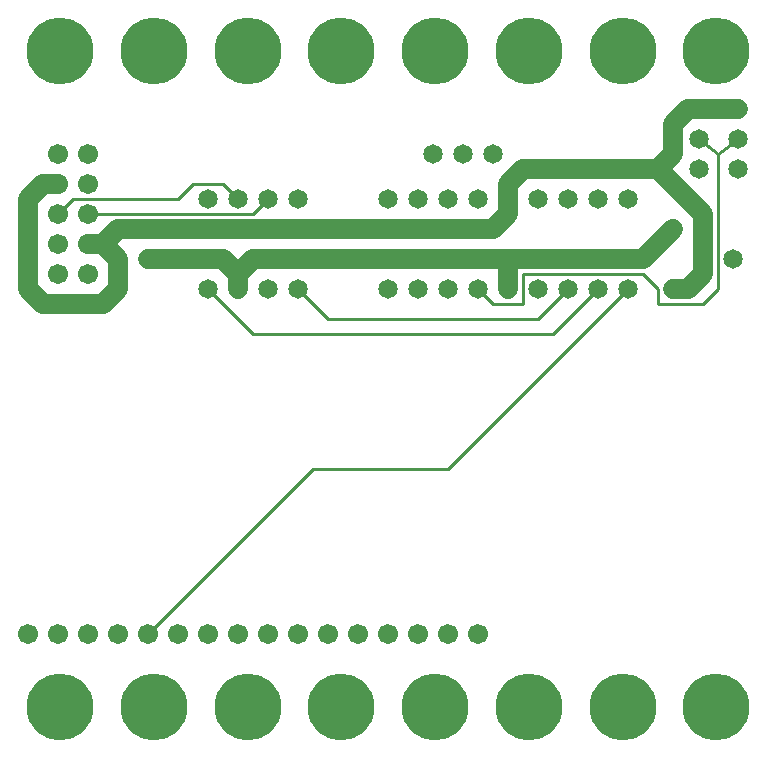
<source format=gbl>
%MOIN*%
%FSLAX25Y25*%
G04 D10 used for Character Trace; *
G04     Circle (OD=.01000) (No hole)*
G04 D11 used for Power Trace; *
G04     Circle (OD=.06500) (No hole)*
G04 D12 used for Signal Trace; *
G04     Circle (OD=.01100) (No hole)*
G04 D13 used for Via; *
G04     Circle (OD=.05800) (Round. Hole ID=.02800)*
G04 D14 used for Component hole; *
G04     Circle (OD=.06500) (Round. Hole ID=.03500)*
G04 D15 used for Component hole; *
G04     Circle (OD=.06700) (Round. Hole ID=.04300)*
G04 D16 used for Component hole; *
G04     Circle (OD=.08100) (Round. Hole ID=.05100)*
G04 D17 used for Component hole; *
G04     Circle (OD=.08900) (Round. Hole ID=.05900)*
G04 D18 used for Component hole; *
G04     Circle (OD=.11300) (Round. Hole ID=.08300)*
G04 D19 used for Component hole; *
G04     Circle (OD=.16000) (Round. Hole ID=.13000)*
G04 D20 used for Component hole; *
G04     Circle (OD=.18300) (Round. Hole ID=.15300)*
G04 D21 used for Component hole; *
G04     Circle (OD=.22291) (Round. Hole ID=.19291)*
%ADD10C,.01000*%
%ADD11C,.06500*%
%ADD12C,.01100*%
%ADD13C,.05800*%
%ADD14C,.06500*%
%ADD15C,.06700*%
%ADD16C,.08100*%
%ADD17C,.08900*%
%ADD18C,.11300*%
%ADD19C,.16000*%
%ADD20C,.18300*%
%ADD21C,.22291*%
%IPPOS*%
%LPD*%
G90*X0Y0D02*D21*X15625Y15625D03*D15*              
X35000Y40000D03*X25000D03*X15000D03*X5000D03*D21* 
X46875Y15625D03*D15*X45000Y40000D03*D12*          
X100000Y95000D01*X145000D01*X205000Y155000D01*D14*
D03*D12*X215000D02*X210000Y160000D01*             
X215000Y150000D02*Y155000D01*Y150000D02*          
X230000D01*X235000Y155000D01*Y200000D01*          
X241500Y205000D01*D14*D03*D12*X235000Y200000D02*  
X228500Y205000D01*D14*D03*X241500Y195000D03*      
Y215000D03*D11*X228500D01*D14*D03*D11*X225000D01* 
X220000Y210000D01*Y200000D01*X215000Y195000D01*   
X230000Y180000D01*Y160000D01*X225000Y155000D01*   
X220000D01*D14*D03*D11*X165000Y165000D02*         
X210000D01*X165000Y155000D02*Y165000D01*D14*      
Y155000D03*D12*X160000Y150000D02*X170000D01*      
X160000D02*X155000Y155000D01*D14*D03*D11*         
X110000Y165000D02*X165000D01*D14*X110000D03*D11*  
X80000D01*X75000Y160000D01*Y155000D01*D14*D03*D11*
Y160000D02*X70000Y165000D01*X45000D01*D14*D03*D11*
X30000Y170000D02*X35000Y175000D01*Y165000D02*     
X30000Y170000D01*X35000Y155000D02*Y165000D01*     
X30000Y150000D02*X35000Y155000D01*                
X10000Y150000D02*X30000D01*X10000D02*             
X5000Y155000D01*Y185000D01*X10000Y190000D01*      
X15000D01*D15*D03*D12*Y180000D02*X20000Y185000D01*
D15*X15000Y180000D03*D12*X20000Y185000D02*        
X55000D01*X60000Y190000D01*X70000D01*             
X75000Y185000D01*D14*D03*D12*X25000Y180000D02*    
X80000D01*D15*X25000D03*X15000Y170000D03*D11*     
X35000Y175000D02*X45000D01*D14*D03*D11*X85000D01* 
D13*D03*D11*X110000D01*D14*D03*D11*X160000D01*    
X165000Y180000D01*Y185000D01*D14*D03*D11*         
Y190000D01*X170000Y195000D01*X215000D01*D14*      
X205000Y185000D03*X228500Y195000D03*              
X220000Y175000D03*D11*X210000Y165000D01*D12*      
X170000Y160000D02*X210000D01*X170000Y150000D02*   
Y160000D01*X105000Y145000D02*X175000D01*          
X105000D02*X95000Y155000D01*D14*D03*X85000D03*D12*
X80000Y140000D02*X180000D01*X195000Y155000D01*D14*
D03*X185000D03*D12*X175000Y145000D01*D14*         
Y155000D03*X145000D03*X135000Y185000D03*          
X195000D03*X185000D03*X135000Y155000D03*          
X175000Y185000D03*X155000D03*X145000D03*          
X125000D03*Y155000D03*X160000Y200000D03*          
X150000D03*X140000D03*X240000Y165000D03*          
X95000Y185000D03*D21*X234375Y234375D03*D14*       
X85000Y185000D03*D12*X80000Y180000D01*D14*        
X65000Y185000D03*Y155000D03*D12*X80000Y140000D01* 
D11*X25000Y170000D02*X30000D01*D15*X25000D03*     
X15000Y160000D03*X25000D03*Y190000D03*Y200000D03* 
X15000D03*D21*X78125Y234375D03*X46875D03*         
X15625D03*X109375D03*X140625D03*D15*              
X155000Y40000D03*X55000D03*X65000D03*X75000D03*   
X85000D03*X95000D03*X105000D03*X115000D03*        
X125000D03*X135000D03*X145000D03*D21*             
X171875Y234375D03*X78125Y15625D03*X109375D03*     
X140625D03*X171875D03*X203125D03*Y234375D03*      
X234375Y15625D03*M02*                             

</source>
